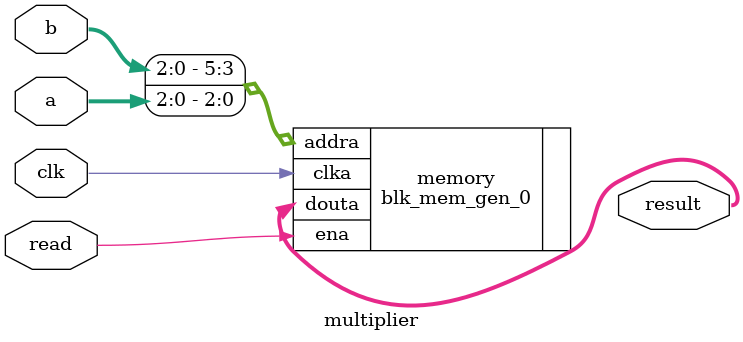
<source format=v>

`timescale 1ns / 10ps

module multiplier (
    input clk,
    input [2:0]a,
    input [2:0]b,
    input read,
    output [5:0]result
);
    
blk_mem_gen_0 memory (
  .clka(clk),    // input wire clka
  .ena(read),      // input wire ena
  .addra({b,a}),  // input wire [5 : 0] addra
  .douta(result)  // output wire [5 : 0] douta
);
endmodule

</source>
